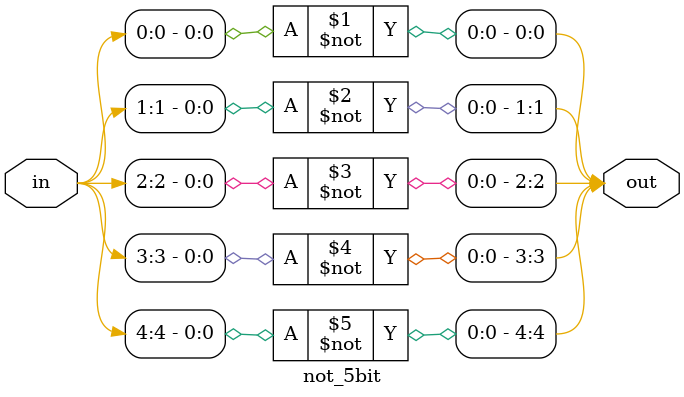
<source format=v>
module not_5bit(in, out);
    input [4:0] in;
    output [4:0] out;

    not NOT0(out[0], in[0]);
    not NOT1(out[1], in[1]);
    not NOT2(out[2], in[2]);
    not NOT3(out[3], in[3]);
    not NOT4(out[4], in[4]);

endmodule
</source>
